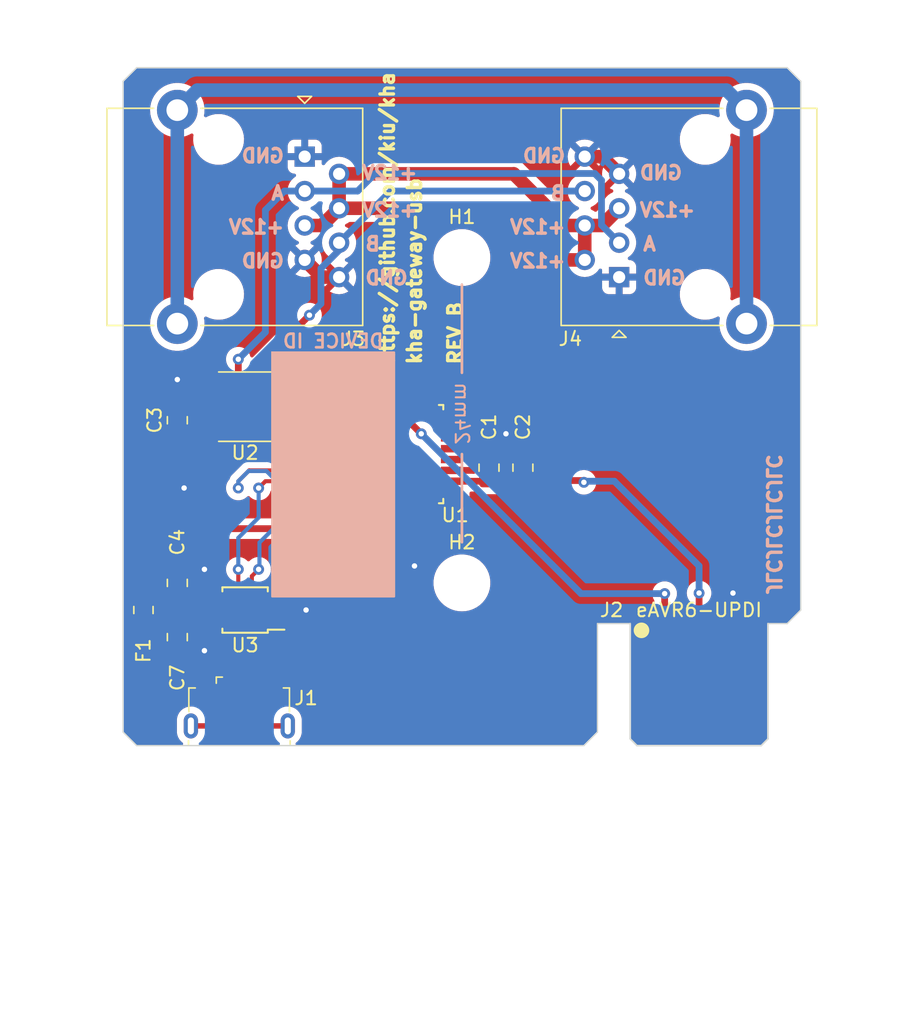
<source format=kicad_pcb>
(kicad_pcb (version 20221018) (generator pcbnew)
  (layers (0 "F.Cu" signal) (31 "B.Cu" signal) (34 "B.Paste" user) (35 "F.Paste" user) (36 "B.SilkS" user "B.Silkscreen") (37 "F.SilkS" user "F.Silkscreen") (38 "B.Mask" user) (39 "F.Mask" user) (44 "Edge.Cuts" user))
  (net 0 "")
  (net 1 "+5V")
  (net 2 "GND")
  (net 3 "UPDI")
  (net 4 "Net-(U3-V3)")
  (net 5 "BUS_RX")
  (net 6 "BUS_DIR")
  (net 7 "BUS_TX")
  (net 8 "Net-(J1-VBUS)")
  (net 9 "Net-(J1-D-)")
  (net 25 "+12V")
  (net 27 "485A")
  (net 28 "485B")
  (net 29 "Net-(J1-D+)")
  (net 33 "unconnected-(J1-Shield-Pad6)")
  (net 34 "Net-(J3-PadSH)")
  (net 35 "USB_TX")
  (net 36 "USB_RX")
  (footprint "Fuse:Fuse_0805_2012Metric" (layer "F.Cu") (at 90.5 78 90)
    (fp_text reference "F1" (at -3 0 90) (layer "F.SilkS"))
    (fp_text value "Polyfuse")
    (fp_line (start -0.258578 -0.71) (end 0.258578 -0.71) (stroke (width 0.12)) (layer "F.SilkS"))
    (fp_line (start -0.258578 0.71) (end 0.258578 0.71) (stroke (width 0.12)) (layer "F.SilkS"))
    (pad "1" smd roundrect (at -0.9375 0 90) (size 0.975 1.4) (layers "F.Cu" "F.Paste" "F.Mask") (net 8 "Net-(J1-VBUS)"))
    (pad "2" smd roundrect (at 0.9375 0 90) (size 0.975 1.4) (layers "F.Cu" "F.Paste" "F.Mask") (net 1 "+5V"))
  )
  (footprint "MountingHole:MountingHole_3.7mm" (layer "F.Cu") (at 114 52)
    (fp_text reference "H1" (at 0 -3) (layer "F.SilkS"))
    (fp_text value "MountingHole")
    (pad "" np_thru_hole circle (at 0 0) (size 3.7 3.7) (drill 3.7) (layers "*.Cu" "*.Mask"))
  )
  (footprint "Package_SO:MSOP-10_3x3mm_P0.5mm" (layer "F.Cu") (at 98 78 180)
    (fp_text reference "U3" (at 0 -2.6) (layer "F.SilkS"))
    (fp_text value "CH340E")
    (fp_line (start -1.675 -1.675) (end -1.675 -1.45) (stroke (width 0.15)) (layer "F.SilkS"))
    (fp_line (start -1.675 -1.675) (end 1.675 -1.675) (stroke (width 0.15)) (layer "F.SilkS"))
    (fp_line (start -1.675 -1.45) (end -2.9 -1.45) (stroke (width 0.15)) (layer "F.SilkS"))
    (fp_line (start -1.675 1.675) (end -1.675 1.375) (stroke (width 0.15)) (layer "F.SilkS"))
    (fp_line (start -1.675 1.675) (end 1.675 1.675) (stroke (width 0.15)) (layer "F.SilkS"))
    (fp_line (start 1.675 -1.675) (end 1.675 -1.375) (stroke (width 0.15)) (layer "F.SilkS"))
    (fp_line (start 1.675 1.675) (end 1.675 1.375) (stroke (width 0.15)) (layer "F.SilkS"))
    (pad "1" smd rect (at -2.2 -1 180) (size 1.4 0.3) (layers "F.Cu" "F.Paste" "F.Mask") (net 29 "Net-(J1-D+)"))
    (pad "2" smd rect (at -2.2 -0.5 180) (size 1.4 0.3) (layers "F.Cu" "F.Paste" "F.Mask") (net 9 "Net-(J1-D-)"))
    (pad "3" smd rect (at -2.2 0 180) (size 1.4 0.3) (layers "F.Cu" "F.Paste" "F.Mask") (net 2 "GND"))
    (pad "4" smd rect (at -2.2 0.5 180) (size 1.4 0.3) (layers "F.Cu" "F.Paste" "F.Mask"))
    (pad "5" smd rect (at -2.2 1 180) (size 1.4 0.3) (layers "F.Cu" "F.Paste" "F.Mask"))
    (pad "6" smd rect (at 2.2 1 180) (size 1.4 0.3) (layers "F.Cu" "F.Paste" "F.Mask"))
    (pad "7" smd rect (at 2.2 0.5 180) (size 1.4 0.3) (layers "F.Cu" "F.Paste" "F.Mask") (net 1 "+5V"))
    (pad "8" smd rect (at 2.2 0 180) (size 1.4 0.3) (layers "F.Cu" "F.Paste" "F.Mask") (net 35 "USB_TX"))
    (pad "9" smd rect (at 2.2 -0.5 180) (size 1.4 0.3) (layers "F.Cu" "F.Paste" "F.Mask") (net 36 "USB_RX"))
    (pad "10" smd rect (at 2.2 -1 180) (size 1.4 0.3) (layers "F.Cu" "F.Paste" "F.Mask") (net 4 "Net-(U3-V3)"))
  )
  (footprint "kiu:GDLX-S-88K" (layer "F.Cu") (at 93 49 -90)
    (fp_text reference "J3" (at 9 -13 unlocked) (layer "F.SilkS"))
    (fp_text value "RJ45_Shielded")
    (fp_line (start -8.886 -9.906) (end -8.886 -8.89) (stroke (width 0.12)) (layer "F.SilkS"))
    (fp_line (start -8.886 -8.89) (end -8.378 -9.398) (stroke (width 0.12)) (layer "F.SilkS"))
    (fp_line (start -8.378 -9.398) (end -8.886 -9.906) (stroke (width 0.12)) (layer "F.SilkS"))
    (fp_line (start -8.01 -13.678) (end -8.01 -1.748) (stroke (width 0.12)) (layer "F.SilkS"))
    (fp_line (start -8.01 1.752) (end -8.01 5.192) (stroke (width 0.12)) (layer "F.SilkS"))
    (fp_line (start 8.01 -13.678) (end -8.01 -13.678) (stroke (width 0.12)) (layer "F.SilkS"))
    (fp_line (start 8.01 -13.678) (end 8.01 -1.748) (stroke (width 0.12)) (layer "F.SilkS"))
    (fp_line (start 8.01 1.752) (end 8.01 5.192) (stroke (width 0.12)) (layer "F.SilkS"))
    (fp_line (start 8.01 5.192) (end -8.01 5.192) (stroke (width 0.12)) (layer "F.SilkS"))
    (pad "" np_thru_hole circle (at -5.715 -3.048 270) (size 3.25 3.25) (drill 3.25) (layers "*.Cu" "*.Mask"))
    (pad "" np_thru_hole circle (at 5.715 -3.048 90) (size 3.25 3.25) (drill 3.25) (layers "*.Cu" "*.Mask"))
    (pad "1" thru_hole rect (at -4.445 -9.398 90) (size 1.5 1.5) (drill 0.9) (layers "*.Cu" "*.Mask") (net 2 "GND"))
    (pad "2" thru_hole circle (at -3.175 -11.938 90) (size 1.5 1.5) (drill 0.9) (layers "*.Cu" "*.Mask") (net 25 "+12V"))
    (pad "3" thru_hole circle (at -1.905 -9.398 90) (size 1.5 1.5) (drill 0.9) (layers "*.Cu" "*.Mask") (net 27 "485A"))
    (pad "4" thru_hole circle (at -0.635 -11.938 90) (size 1.5 1.5) (drill 0.9) (layers "*.Cu" "*.Mask") (net 25 "+12V"))
    (pad "5" thru_hole circle (at 0.635 -9.398 90) (size 1.5 1.5) (drill 0.9) (layers "*.Cu" "*.Mask") (net 25 "+12V"))
    (pad "6" thru_hole circle (at 1.905 -11.938 90) (size 1.5 1.5) (drill 0.9) (layers "*.Cu" "*.Mask") (net 28 "485B"))
    (pad "7" thru_hole circle (at 3.175 -9.398 90) (size 1.5 1.5) (drill 0.9) (layers "*.Cu" "*.Mask") (net 2 "GND"))
    (pad "8" thru_hole circle (at 4.445 -11.938 90) (size 1.5 1.5) (drill 0.9) (layers "*.Cu" "*.Mask") (net 2 "GND"))
    (pad "SH" thru_hole circle (at -7.874 0.002 270) (size 3 3) (drill 1.6) (layers "*.Cu" "*.Mask") (net 34 "Net-(J3-PadSH)"))
    (pad "SH" thru_hole circle (at 7.874 0 90) (size 3 3) (drill 1.6) (layers "*.Cu" "*.Mask") (net 34 "Net-(J3-PadSH)"))
  )
  (footprint "MountingHole:MountingHole_3.7mm" (layer "F.Cu") (at 114 76)
    (fp_text reference "H2" (at 0 -3) (layer "F.SilkS"))
    (fp_text value "MountingHole")
    (pad "" np_thru_hole circle (at 0 0) (size 3.7 3.7) (drill 3.7) (layers "*.Cu" "*.Mask"))
  )
  (footprint "Package_QFP:TQFP-32_7x7mm_P0.8mm" (layer "F.Cu") (at 109 66.5)
    (fp_text reference "U1" (at 4.5 4.5) (layer "F.SilkS"))
    (fp_text value "AVR64DD32")
    (fp_line (start -3.625 -3.625) (end -3.625 -3.4) (stroke (width 0.15)) (layer "F.SilkS"))
    (fp_line (start -3.625 -3.625) (end -3.3 -3.625) (stroke (width 0.15)) (layer "F.SilkS"))
    (fp_line (start -3.625 -3.4) (end -5.05 -3.4) (stroke (width 0.15)) (layer "F.SilkS"))
    (fp_line (start -3.625 3.625) (end -3.625 3.3) (stroke (width 0.15)) (layer "F.SilkS"))
    (fp_line (start -3.625 3.625) (end -3.3 3.625) (stroke (width 0.15)) (layer "F.SilkS"))
    (fp_line (start 3.625 -3.625) (end 3.3 -3.625) (stroke (width 0.15)) (layer "F.SilkS"))
    (fp_line (start 3.625 -3.625) (end 3.625 -3.3) (stroke (width 0.15)) (layer "F.SilkS"))
    (fp_line (start 3.625 3.625) (end 3.3 3.625) (stroke (width 0.15)) (layer "F.SilkS"))
    (fp_line (start 3.625 3.625) (end 3.625 3.3) (stroke (width 0.15)) (layer "F.SilkS"))
    (pad "1" smd rect (at -4.25 -2.8) (size 1.6 0.55) (layers "F.Cu" "F.Paste" "F.Mask") (net 6 "BUS_DIR"))
    (pad "2" smd rect (at -4.25 -2) (size 1.6 0.55) (layers "F.Cu" "F.Paste" "F.Mask"))
    (pad "3" smd rect (at -4.25 -1.2) (size 1.6 0.55) (layers "F.Cu" "F.Paste" "F.Mask"))
    (pad "4" smd rect (at -4.25 -0.4) (size 1.6 0.55) (layers "F.Cu" "F.Paste" "F.Mask"))
    (pad "5" smd rect (at -4.25 0.4) (size 1.6 0.55) (layers "F.Cu" "F.Paste" "F.Mask"))
    (pad "6" smd rect (at -4.25 1.2) (size 1.6 0.55) (layers "F.Cu" "F.Paste" "F.Mask") (net 36 "USB_RX"))
    (pad "7" smd rect (at -4.25 2) (size 1.6 0.55) (layers "F.Cu" "F.Paste" "F.Mask") (net 35 "USB_TX"))
    (pad "8" smd rect (at -4.25 2.8) (size 1.6 0.55) (layers "F.Cu" "F.Paste" "F.Mask"))
    (pad "9" smd rect (at -2.8 4.25 90) (size 1.6 0.55) (layers "F.Cu" "F.Paste" "F.Mask"))
    (pad "10" smd rect (at -2 4.25 90) (size 1.6 0.55) (layers "F.Cu" "F.Paste" "F.Mask") (net 1 "+5V"))
    (pad "11" smd rect (at -1.2 4.25 90) (size 1.6 0.55) (layers "F.Cu" "F.Paste" "F.Mask"))
    (pad "12" smd rect (at -0.4 4.25 90) (size 1.6 0.55) (layers "F.Cu" "F.Paste" "F.Mask"))
    (pad "13" smd rect (at 0.4 4.25 90) (size 1.6 0.55) (layers "F.Cu" "F.Paste" "F.Mask"))
    (pad "14" smd rect (at 1.2 4.25 90) (size 1.6 0.55) (layers "F.Cu" "F.Paste" "F.Mask"))
    (pad "15" smd rect (at 2 4.25 90) (size 1.6 0.55) (layers "F.Cu" "F.Paste" "F.Mask"))
    (pad "16" smd rect (at 2.8 4.25 90) (size 1.6 0.55) (layers "F.Cu" "F.Paste" "F.Mask"))
    (pad "17" smd rect (at 4.25 2.8) (size 1.6 0.55) (layers "F.Cu" "F.Paste" "F.Mask"))
    (pad "18" smd rect (at 4.25 2) (size 1.6 0.55) (layers "F.Cu" "F.Paste" "F.Mask") (net 1 "+5V"))
    (pad "19" smd rect (at 4.25 1.2) (size 1.6 0.55) (layers "F.Cu" "F.Paste" "F.Mask") (net 2 "GND"))
    (pad "20" smd rect (at 4.25 0.4) (size 1.6 0.55) (layers "F.Cu" "F.Paste" "F.Mask"))
    (pad "21" smd rect (at 4.25 -0.4) (size 1.6 0.55) (layers "F.Cu" "F.Paste" "F.Mask"))
    (pad "22" smd rect (at 4.25 -1.2) (size 1.6 0.55) (layers "F.Cu" "F.Paste" "F.Mask"))
    (pad "23" smd rect (at 4.25 -2) (size 1.6 0.55) (layers "F.Cu" "F.Paste" "F.Mask"))
    (pad "24" smd rect (at 4.25 -2.8) (size 1.6 0.55) (layers "F.Cu" "F.Paste" "F.Mask"))
    (pad "25" smd rect (at 2.8 -4.25 90) (size 1.6 0.55) (layers "F.Cu" "F.Paste" "F.Mask"))
    (pad "26" smd rect (at 2 -4.25 90) (size 1.6 0.55) (layers "F.Cu" "F.Paste" "F.Mask"))
    (pad "27" smd rect (at 1.2 -4.25 90) (size 1.6 0.55) (layers "F.Cu" "F.Paste" "F.Mask") (net 3 "UPDI"))
    (pad "28" smd rect (at 0.4 -4.25 90) (size 1.6 0.55) (layers "F.Cu" "F.Paste" "F.Mask") (net 1 "+5V"))
    (pad "29" smd rect (at -0.4 -4.25 90) (size 1.6 0.55) (layers "F.Cu" "F.Paste" "F.Mask") (net 2 "GND"))
    (pad "30" smd rect (at -1.2 -4.25 90) (size 1.6 0.55) (layers "F.Cu" "F.Paste" "F.Mask") (net 7 "BUS_TX"))
    (pad "31" smd rect (at -2 -4.25 90) (size 1.6 0.55) (layers "F.Cu" "F.Paste" "F.Mask") (net 5 "BUS_RX"))
    (pad "32" smd rect (at -2.8 -4.25 90) (size 1.6 0.55) (layers "F.Cu" "F.Paste" "F.Mask"))
  )
  (footprint "Capacitor_SMD:C_0805_2012Metric" (layer "F.Cu") (at 118.5 67.5 90)
    (fp_text reference "C2" (at 3 0 90) (layer "F.SilkS"))
    (fp_text value "100nF")
    (fp_line (start -0.261252 -0.735) (end 0.261252 -0.735) (stroke (width 0.12)) (layer "F.SilkS"))
    (fp_line (start -0.261252 0.735) (end 0.261252 0.735) (stroke (width 0.12)) (layer "F.SilkS"))
    (pad "1" smd roundrect (at -0.95 0 90) (size 1 1.45) (layers "F.Cu" "F.Paste" "F.Mask") (net 1 "+5V"))
    (pad "2" smd roundrect (at 0.95 0 90) (size 1 1.45) (layers "F.Cu" "F.Paste" "F.Mask") (net 2 "GND"))
  )
  (footprint "kiu:GCT-USB3076-30-A" (layer "F.Cu") (at 97.575 88)
    (fp_text reference "J1" (at 4.925 -3.5 unlocked) (layer "F.SilkS"))
    (fp_text value "USB_B_Micro")
    (fp_line (start -3.75 -0.1) (end -3.75 -0.35) (stroke (width 0.12)) (layer "F.SilkS"))
    (fp_line (start -3.725 -4.25) (end -3.25 -4.25) (stroke (width 0.12)) (layer "F.SilkS"))
    (fp_line (start -3.725 -2.5) (end -3.725 -4.25) (stroke (width 0.12)) (layer "F.SilkS"))
    (fp_line (start -1.7 -5.05) (end -1.7 -4.6) (stroke (width 0.12)) (layer "F.SilkS"))
    (fp_line (start -1.7 -5.05) (end -1.25 -5.05) (stroke (width 0.12)) (layer "F.SilkS"))
    (fp_line (start 3.7 -4.25) (end 3.25 -4.25) (stroke (width 0.12)) (layer "F.SilkS"))
    (fp_line (start 3.7 -2.5) (end 3.7 -4.25) (stroke (width 0.12)) (layer "F.SilkS"))
    (fp_line (start 3.75 -0.1) (end 3.75 -0.35) (stroke (width 0.12)) (layer "F.SilkS"))
    (pad "1" smd rect (at -1.3 -4.1) (size 0.4 1.4) (layers "F.Cu" "F.Paste" "F.Mask") (net 8 "Net-(J1-VBUS)"))
    (pad "2" smd rect (at -0.65 -4.1) (size 0.4 1.4) (layers "F.Cu" "F.Paste" "F.Mask") (net 9 "Net-(J1-D-)"))
    (pad "3" smd rect (at 0 -4.1) (size 0.4 1.4) (layers "F.Cu" "F.Paste" "F.Mask") (net 29 "Net-(J1-D+)"))
    (pad "4" smd rect (at 0.65 -4.1) (size 0.4 1.4) (layers "F.Cu" "F.Paste" "F.Mask"))
    (pad "5" smd rect (at 1.3 -4.1) (size 0.4 1.4) (layers "F.Cu" "F.Paste" "F.Mask") (net 2 "GND"))
    (pad "6" thru_hole oval (at -3.575 -1.45 180) (size 1.05 1.85) (drill oval 0.45 1.25) (layers "*.Cu" "*.Mask") (net 33 "unconnected-(J1-Shield-Pad6)"))
    (pad "6" smd rect (at -2.32 -3.68) (size 1.15 1.45) (layers "F.Cu" "F.Paste" "F.Mask") (net 33 "unconnected-(J1-Shield-Pad6)"))
    (pad "6" smd rect (at -1.2375 -1.45) (size 1.975 1.9) (layers "F.Cu" "F.Paste" "F.Mask") (net 33 "unconnected-(J1-Shield-Pad6)"))
    (pad "6" smd rect (at 1.2375 -1.45) (size 1.975 1.9) (layers "F.Cu" "F.Paste" "F.Mask") (net 33 "unconnected-(J1-Shield-Pad6)"))
    (pad "6" smd rect (at 2.32 -3.68) (size 1.15 1.45) (layers "F.Cu" "F.Paste" "F.Mask") (net 33 "unconnected-(J1-Shield-Pad6)"))
    (pad "6" thru_hole oval (at 3.575 -1.45) (size 1.05 1.85) (drill oval 0.45 1.25) (layers "*.Cu" "*.Mask") (net 33 "unconnected-(J1-Shield-Pad6)"))
  )
  (footprint "Package_SO:SOIC-8_3.9x4.9mm_P1.27mm" (layer "F.Cu") (at 98 63 180)
    (fp_text reference "U2" (at 0 -3.4 180) (layer "F.SilkS"))
    (fp_text value "SP481E")
    (fp_line (start 0 -2.56) (end -3.45 -2.56) (stroke (width 0.12)) (layer "F.SilkS"))
    (fp_line (start 0 -2.56) (end 1.95 -2.56) (stroke (width 0.12)) (layer "F.SilkS"))
    (fp_line (start 0 2.56) (end -1.95 2.56) (stroke (width 0.12)) (layer "F.SilkS"))
    (fp_line (start 0 2.56) (end 1.95 2.56) (stroke (width 0.12)) (layer "F.SilkS"))
    (pad "1" smd roundrect (at -2.475 -1.905 180) (size 1.95 0.6) (layers "F.Cu" "F.Paste" "F.Mask") (net 5 "BUS_RX"))
    (pad "2" smd roundrect (at -2.475 -0.635 180) (size 1.95 0.6) (layers "F.Cu" "F.Paste" "F.Mask") (net 6 "BUS_DIR"))
    (pad "3" smd roundrect (at -2.475 0.635 180) (size 1.95 0.6) (layers "F.Cu" "F.Paste" "F.Mask") (net 6 "BUS_DIR"))
    (pad "4" smd roundrect (at -2.475 1.905 180) (size 1.95 0.6) (layers "F.Cu" "F.Paste" "F.Mask") (net 7 "BUS_TX"))
    (pad "5" smd roundrect (at 2.475 1.905 180) (size 1.95 0.6) (layers "F.Cu" "F.Paste" "F.Mask") (net 2 "GND"))
    (pad "6" smd roundrect (at 2.475 0.635 180) (size 1.95 0.6) (layers "F.Cu" "F.Paste" "F.Mask") (net 27 "485A"))
    (pad "7" smd roundrect (at 2.475 -0.635 180) (size 1.95 0.6) (layers "F.Cu" "F.Paste" "F.Mask") (net 28 "485B"))
    (pad "8" smd roundrect (at 2.475 -1.905 180) (size 1.95 0.6) (layers "F.Cu" "F.Paste" "F.Mask") (net 1 "+5V"))
  )
  (footprint "Capacitor_SMD:C_0805_2012Metric" (layer "F.Cu") (at 108 73.5)
    (fp_text reference "C5" (at -3 0) (layer "F.SilkS"))
    (fp_text value "10nF")
    (fp_line (start -0.261252 -0.735) (end 0.261252 -0.735) (stroke (width 0.12)) (layer "F.SilkS"))
    (fp_line (start -0.261252 0.735) (end 0.261252 0.735) (stroke (width 0.12)) (layer "F.SilkS"))
    (pad "1" smd roundrect (at -0.95 0) (size 1 1.45) (layers "F.Cu" "F.Paste" "F.Mask") (net 1 "+5V"))
    (pad "2" smd roundrect (at 0.95 0) (size 1 1.45) (layers "F.Cu" "F.Paste" "F.Mask") (net 2 "GND"))
  )
  (footprint "Capacitor_SMD:C_0805_2012Metric" (layer "F.Cu") (at 93 80 -90)
    (fp_text reference "C7" (at 3 0 90) (layer "F.SilkS"))
    (fp_text value "100nF")
    (fp_line (start -0.261252 -0.735) (end 0.261252 -0.735) (stroke (width 0.12)) (layer "F.SilkS"))
    (fp_line (start -0.261252 0.735) (end 0.261252 0.735) (stroke (width 0.12)) (layer "F.SilkS"))
    (pad "1" smd roundrect (at -0.95 0 270) (size 1 1.45) (layers "F.Cu" "F.Paste" "F.Mask") (net 4 "Net-(U3-V3)"))
    (pad "2" smd roundrect (at 0.95 0 270) (size 1 1.45) (layers "F.Cu" "F.Paste" "F.Mask") (net 2 "GND"))
  )
  (footprint "Capacitor_SMD:C_0805_2012Metric" (layer "F.Cu") (at 108 76)
    (fp_text reference "C6" (at -3 0) (layer "F.SilkS"))
    (fp_text value "100nF")
    (fp_line (start -0.261252 -0.735) (end 0.261252 -0.735) (stroke (width 0.12)) (layer "F.SilkS"))
    (fp_line (start -0.261252 0.735) (end 0.261252 0.735) (stroke (width 0.12)) (layer "F.SilkS"))
    (pad "1" smd roundrect (at -0.95 0) (size 1 1.45) (layers "F.Cu" "F.Paste" "F.Mask") (net 1 "+5V"))
    (pad "2" smd roundrect (at 0.95 0) (size 1 1.45) (layers "F.Cu" "F.Paste" "F.Mask") (net 2 "GND"))
  )
  (footprint "Capacitor_SMD:C_0805_2012Metric" (layer "F.Cu") (at 93 64 90)
    (fp_text reference "C3" (at 0 -1.68 90) (layer "F.SilkS"))
    (fp_text value "100nF")
    (fp_line (start -0.261252 -0.735) (end 0.261252 -0.735) (stroke (width 0.12)) (layer "F.SilkS"))
    (fp_line (start -0.261252 0.735) (end 0.261252 0.735) (stroke (width 0.12)) (layer "F.SilkS"))
    (pad "1" smd roundrect (at -0.95 0 90) (size 1 1.45) (layers "F.Cu" "F.Paste" "F.Mask") (net 1 "+5V"))
    (pad "2" smd roundrect (at 0.95 0 90) (size 1 1.45) (layers "F.Cu" "F.Paste" "F.Mask") (net 2 "GND"))
  )
  (footprint "kiu:GDLX-S-88K" (layer "F.Cu") (at 135 49 90)
    (fp_text reference "J4" (at -9 -13 unlocked) (layer "F.SilkS"))
    (fp_text value "RJ45_Shielded")
    (fp_line (start -8.886 -9.906) (end -8.886 -8.89) (stroke (width 0.12)) (layer "F.SilkS"))
    (fp_line (start -8.886 -8.89) (end -8.378 -9.398) (stroke (width 0.12)) (layer "F.SilkS"))
    (fp_line (start -8.378 -9.398) (end -8.886 -9.906) (stroke (width 0.12)) (layer "F.SilkS"))
    (fp_line (start -8.01 -13.678) (end -8.01 -1.748) (stroke (width 0.12)) (layer "F.SilkS"))
    (fp_line (start -8.01 1.752) (end -8.01 5.192) (stroke (width 0.12)) (layer "F.SilkS"))
    (fp_line (start 8.01 -13.678) (end -8.01 -13.678) (stroke (width 0.12)) (layer "F.SilkS"))
    (fp_line (start 8.01 -13.678) (end 8.01 -1.748) (stroke (width 0.12)) (layer "F.SilkS"))
    (fp_line (start 8.01 1.752) (end 8.01 5.192) (stroke (width 0.12)) (layer "F.SilkS"))
    (fp_line (start 8.01 5.192) (end -8.01 5.192) (stroke (width 0.12)) (layer "F.SilkS"))
    (pad "" np_thru_hole circle (at -5.715 -3.048 90) (size 3.25 3.25) (drill 3.25) (layers "*.Cu" "*.Mask"))
    (pad "" np_thru_hole circle (at 5.715 -3.048 270) (size 3.25 3.25) (drill 3.25) (layers "*.Cu" "*.Mask"))
    (pad "1" thru_hole rect (at -4.445 -9.398 270) (size 1.5 1.5) (drill 0.9) (layers "*.Cu" "*.Mask") (net 2 "GND"))
    (pad "2" thru_hole circle (at -3.175 -11.938 270) (size 1.5 1.5) (drill 0.9) (layers "*.Cu" "*.Mask") (net 25 "+12V"))
    (pad "3" thru_hole circle (at -1.905 -9.398 270) (size 1.5 1.5) (drill 0.9) (layers "*.Cu" "*.Mask") (net 27 "485A"))
    (pad "4" thru_hole circle (at -0.635 -11.938 270) (size 1.5 1.5) (drill 0.9) (layers "*.Cu" "*.Mask") (net 25 "+12V"))
    (pad "5" thru_hole circle (at 0.635 -9.398 270) (size 1.5 1.5) (drill 0.9) (layers "*.Cu" "*.Mask") (net 25 "+12V"))
    (pad "6" thru_hole circle (at 1.905 -11.938 270) (size 1.5 1.5) (drill 0.9) (layers "*.Cu" "*.Mask") (net 28 "485B"))
    (pad "7" thru_hole circle (at 3.175 -9.398 270) (size 1.5 1.5) (drill 0.9) (layers "*.Cu" "*.Mask") (net 2 "GND"))
    (pad "8" thru_hole circle (at 4.445 -11.938 270) (size 1.5 1.5) (drill 0.9) (layers "*.Cu" "*.Mask") (net 2 "GND"))
    (pad "SH" thru_hole circle (at -7.874 0.002 90) (size 3 3) (drill 1.6) (layers "*.Cu" "*.Mask") (net 34 "Net-(J3-PadSH)"))
    (pad "SH" thru_hole circle (at 7.874 0 270) (size 3 3) (drill 1.6) (layers "*.Cu" "*.Mask") (net 34 "Net-(J3-PadSH)"))
  )
  (footprint "Capacitor_SMD:C_0805_2012Metric" (layer "F.Cu") (at 116 67.5 90)
    (fp_text reference "C1" (at 3 0 90) (layer "F.SilkS"))
    (fp_text value "10nF")
    (fp_line (start -0.261252 -0.735) (end 0.261252 -0.735) (stroke (width 0.12)) (layer "F.SilkS"))
    (fp_line (start -0.261252 0.735) (end 0.261252 0.735) (stroke (width 0.12)) (layer "F.SilkS"))
    (pad "1" smd roundrect (at -0.95 0 90) (size 1 1.45) (layers "F.Cu" "F.Paste" "F.Mask") (net 1 "+5V"))
    (pad "2" smd roundrect (at 0.95 0 90) (size 1 1.45) (layers "F.Cu" "F.Paste" "F.Mask") (net 2 "GND"))
  )
  (footprint "Capacitor_SMD:C_0805_2012Metric" (layer "F.Cu") (at 93 76 90)
    (fp_text reference "C4" (at 3 0 90) (layer "F.SilkS"))
    (fp_text value "100nF")
    (fp_line (start -0.261252 -0.735) (end 0.261252 -0.735) (stroke (width 0.12)) (layer "F.SilkS"))
    (fp_line (start -0.261252 0.735) (end 0.261252 0.735) (stroke (width 0.12)) (layer "F.SilkS"))
    (pad "1" smd roundrect (at -0.95 0 90) (size 1 1.45) (layers "F.Cu" "F.Paste" "F.Mask") (net 1 "+5V"))
    (pad "2" smd roundrect (at 0.95 0 90) (size 1 1.45) (layers "F.Cu" "F.Paste" "F.Mask") (net 2 "GND"))
  )
  (footprint "kiu-eAVR:eAVR6-UPDI-F" (layer "F.Cu") (at 131.5 88)
    (fp_text reference "J2" (at -5.5 -10) (layer "F.SilkS") (effects (justify right)))
    (fp_text value "AVR-UPDI-6" hide)
    (fp_text user "eAVR6-UPDI" (at -4.75 -10 unlocked) (layer "F.SilkS") (effects (justify left)))
    (fp_circle (center -4.25 -8.5) (end -3.75 -8.5) (stroke (width 0.15)) (fill solid) (layer "F.SilkS"))
    (fp_line (start -5.08 -9) (end -5.08 -0.5) (stroke (width 0.12)) (layer "Edge.Cuts"))
    (fp_line (start -5.08 -0.5) (end -4.58 0) (stroke (width 0.12)) (layer "Edge.Cuts"))
    (fp_line (start -4.58 0) (end 4.58 0) (stroke (width 0.12)) (layer "Edge.Cuts"))
    (fp_line (start 5.08 -9) (end 5.08 -0.5) (stroke (width 0.12)) (layer "Edge.Cuts"))
    (fp_line (start 5.08 -0.5) (end 4.58 0) (stroke (width 0.12)) (layer "Edge.Cuts"))
    (pad "1" connect rect (at -2.54 -5) (size 1.4 8) (layers "F.Cu" "F.Mask") (net 3 "UPDI"))
    (pad "2" connect rect (at 0 -5) (size 1.4 8) (layers "F.Cu" "F.Mask") (net 1 "+5V"))
    (pad "6" connect rect (at 2.54 -5) (size 1.4 8) (layers "F.Cu" "F.Mask") (net 2 "GND"))
  )
  (gr_rect (start 100 58.996825) (end 109 77.003175) (stroke (width 0.15)) (fill solid) (layer "B.SilkS"))
  (gr_line (start 114 66.5) (end 114 73) (stroke (width 0.2)) (layer "B.SilkS"))
  (gr_line (start 114 54) (end 114 60.5) (stroke (width 0.2)) (layer "B.SilkS"))
  (gr_line (start 126.42 79) (end 124 79) (stroke (width 0.1)) (layer "Edge.Cuts"))
  (gr_line (start 89 39) (end 89 87) (stroke (width 0.1)) (layer "Edge.Cuts"))
  (gr_line (start 138 79) (end 139 78) (stroke (width 0.1)) (layer "Edge.Cuts"))
  (gr_line (start 139 39) (end 139 78) (stroke (width 0.1)) (layer "Edge.Cuts"))
  (gr_line (start 89 39) (end 90 38) (stroke (width 0.1)) (layer "Edge.Cuts"))
  (gr_line (start 138 79) (end 136.58 79) (stroke (width 0.1)) (layer "Edge.Cuts"))
  (gr_line (start 124 87) (end 124 79) (stroke (width 0.1)) (layer "Edge.Cuts"))
  (gr_line (start 123 88) (end 124 87) (stroke (width 0.1)) (layer "Edge.Cuts"))
  (gr_line (start 138 38) (end 139 39) (stroke (width 0.1)) (layer "Edge.Cuts"))
  (gr_line (start 89 87) (end 90 88) (stroke (width 0.1)) (layer "Edge.Cuts"))
  (gr_line (start 90 38) (end 138 38) (stroke (width 0.1)) (layer "Edge.Cuts"))
  (gr_line (start 90 88) (end 123 88) (stroke (width 0.1)) (layer "Edge.Cuts"))
  (gr_text "DEVICE ID" (at 104.5 58.75) (layer "B.SilkS") (effects (font (size 1 1) (thickness 0.2) bold) (justify bottom mirror)))
  (gr_text "+12V" (at 121.75 52.25) (layer "B.SilkS") (effects (font (size 1 1) (thickness 0.25)) (justify left mirror)))
  (gr_text "GND" (at 127.25 53.5) (layer "B.SilkS") (effects (font (size 1 1) (thickness 0.25)) (justify right mirror)))
  (gr_text "B" (at 106.75 51) (layer "B.SilkS") (effects (font (size 1 1) (thickness 0.25)) (justify right mirror)))
  (gr_text "GND" (at 121.75 44.5) (layer "B.SilkS") (effects (font (size 1 1) (thickness 0.25)) (justify left mirror)))
  (gr_text "GND" (at 101 52.25) (layer "B.SilkS") (effects (font (size 1 1) (thickness 0.25)) (justify left mirror)))
  (gr_text "B" (at 121.75 47.25) (layer "B.SilkS") (effects (font (size 1 1) (thickness 0.25)) (justify left mirror)))
  (gr_text "GND" (at 106.75 53.5) (layer "B.SilkS") (effects (font (size 1 1) (thickness 0.25)) (justify right mirror)))
  (gr_text "+12V" (at 121.75 49.75) (layer "B.SilkS") (effects (font (size 1 1) (thickness 0.25)) (justify left mirror)))
  (gr_text "GND" (at 127 45.75) (layer "B.SilkS") (effects (font (size 1 1) (thickness 0.25)) (justify right mirror)))
  (gr_text "JLCJLCJLCJLC" (at 137 77 270) (layer "B.SilkS") (effects (font (size 1 1) (thickness 0.25)) (justify left mirror)))
  (gr_text "+12V" (at 101 49.75) (layer "B.SilkS") (effects (font (size 1 1) (thickness 0.25)) (justify left mirror)))
  (gr_text "A" (at 101 47.25) (layer "B.SilkS") (effects (font (size 1 1) (thickness 0.25)) (justify left mirror)))
  (gr_text "GND" (at 101 44.5) (layer "B.SilkS") (effects (font (size 1 1) (thickness 0.25)) (justify left mirror)))
  (gr_text "A" (at 127.25 51) (layer "B.SilkS") (effects (font (size 1 1) (thickness 0.25)) (justify right mirror)))
  (gr_text "+12V" (at 106.5 45.75) (layer "B.SilkS") (effects (font (size 1 1) (thickness 0.25)) (justify right mirror)))
  (gr_text "+12V" (at 106.5 48.5) (layer "B.SilkS") (effects (font (size 1 1) (thickness 0.25)) (justify right mirror)))
  (gr_text "24mm" (at 114 63.5 270) (layer "B.SilkS") (effects (font (size 1 1)) (justify mirror)))
  (gr_text "+12V" (at 127 48.5) (layer "B.SilkS") (effects (font (size 1 1) (thickness 0.25)) (justify right mirror)))
  (gr_text "REV B" (at 113.5 60 90) (layer "F.SilkS") (effects (font (size 1 1) (thickness 0.25)) (justify left)))
  (gr_text "https://github.com/kiu/kha" (at 108.5 60 90) (layer "F.SilkS") (effects (font (size 1 1) (thickness 0.25)) (justify left)))
  (gr_text "kha-gateway-usb" (at 110.5 60 90) (layer "F.SilkS") (effects (font (size 1 1) (thickness 0.25)) (justify left)))
  (segment (start 110 68.5) (end 108.075 68.5) (width 0.5) (layer "F.Cu") (net 1))
  (segment (start 95.525 64.905) (end 93.25 64.905) (width 0.5) (layer "F.Cu") (net 1))
  (segment (start 90.5 66) (end 90.5 72) (width 0.5) (layer "F.Cu") (net 1))
  (segment (start 115.95 68.5) (end 116 68.45) (width 0.5) (layer "F.Cu") (net 1))
  (segment (start 92.8875 77.0625) (end 93 76.95) (width 0.5) (layer "F.Cu") (net 1))
  (segment (start 110 68.5) (end 113.25 68.5) (width 0.5) (layer "F.Cu") (net 1))
  (segment (start 93.25 64.905) (end 93.25 64.95) (width 0.5) (layer "F.Cu") (net 1))
  (segment (start 118.5 68.45) (end 122.95 68.45) (width 0.5) (layer "F.Cu") (net 1))
  (segment (start 107.05 73.5) (end 107.05 74.5) (width 0.5) (layer "F.Cu") (net 1))
  (segment (start 91.55 64.95) (end 90.5 66) (width 0.5) (layer "F.Cu") (net 1))
  (segment (start 109.4 67.9) (end 110 68.5) (width 0.5) (layer "F.Cu") (net 1))
  (segment (start 90.5 73) (end 90.5 77.0625) (width 0.5) (layer "F.Cu") (net 1))
  (segment (start 104.275 72.225) (end 104.05 72) (width 0.5) (layer "F.Cu") (net 1))
  (segment (start 108.075 68.5) (end 107 69.575) (width 0.5) (layer "F.Cu") (net 1))
  (segment (start 93 76.95) (end 93.55 77.5) (width 0.3) (layer "F.Cu") (net 1))
  (segment (start 118.5 68.45) (end 116 68.45) (width 0.5) (layer "F.Cu") (net 1))
  (segment (start 90.5 72) (end 90.5 73) (width 0.5) (layer "F.Cu") (net 1))
  (segment (start 93.55 77.5) (end 95.8 77.5) (width 0.3) (layer "F.Cu") (net 1))
  (segment (start 109.4 66.5) (end 109.4 67.9) (width 0.5) (layer "F.Cu") (net 1))
  (segment (start 107 69.575) (end 107 70.75) (width 0.5) (layer "F.Cu") (net 1))
  (segment (start 109.4 62.25) (end 109.4 66.5) (width 0.5) (layer "F.Cu") (net 1))
  (segment (start 107 73.45) (end 107.05 73.5) (width 0.5) (layer "F.Cu") (net 1))
  (segment (start 93 64.95) (end 91.55 64.95) (width 0.5) (layer "F.Cu") (net 1))
  (segment (start 104.05 72) (end 91.5 72) (width 0.5) (layer "F.Cu") (net 1))
  (segment (start 107.05 75) (end 107.05 75.9) (width 0.5) (layer "F.Cu") (net 1))
  (segment (start 104.275 72.225) (end 107.05 75) (width 0.5) (layer "F.Cu") (net 1))
  (segment (start 131.5 83) (end 131.5 76.75) (width 0.5) (layer "F.Cu") (net 1))
  (segment (start 91.5 72) (end 90.5 73) (width 0.5) (layer "F.Cu") (net 1))
  (segment (start 107.05 74.5) (end 107.05 75) (width 0.5) (layer "F.Cu") (net 1))
  (segment (start 113.25 68.5) (end 115.95 68.5) (width 0.5) (layer "F.Cu") (net 1))
  (segment (start 90.5 77.0625) (end 92.8875 77.0625) (width 0.5) (layer "F.Cu") (net 1))
  (segment (start 107 70.75) (end 107 73.45) (width 0.5) (layer "F.Cu") (net 1))
  (via (at 123 68.58) (size 0.8) (drill 0.4) (layers "F.Cu" "B.Cu") (net 1))
  (via (at 131.5 76.75) (size 0.8) (drill 0.4) (layers "F.Cu" "B.Cu") (net 1))
  (segment (start 125.25 68.5) (end 123 68.5) (width 0.5) (layer "B.Cu") (net 1))
  (segment (start 125.25 68.5) (end 131.5 74.75) (width 0.5) (layer "B.Cu") (net 1))
  (segment (start 131.5 74.75) (end 131.5 76.75) (width 0.5) (layer "B.Cu") (net 1))
  (segment (start 124.332 44.555) (end 125.602 45.825) (width 1) (layer "F.Cu") (net 2))
  (segment (start 95.525 61.095) (end 93.095 61.095) (width 0.5) (layer "F.Cu") (net 2))
  (segment (start 113.25 67.7) (end 114.85 67.7) (width 0.5) (layer "F.Cu") (net 2))
  (segment (start 104.938 53.445) (end 103.668 53.445) (width 1) (layer "F.Cu") (net 2))
  (segment (start 102.5 79.5) (end 102.5 78) (width 0.4) (layer "F.Cu") (net 2))
  (segment (start 108.6 57.107) (end 104.938 53.445) (width 0.5) (layer "F.Cu") (net 2))
  (segment (start 103.668 53.445) (end 102.398 52.175) (width 1) (layer "F.Cu") (net 2))
  (segment (start 114.85 67.7) (end 116 66.55) (width 0.5) (layer "F.Cu") (net 2))
  (segment (start 118.5 66.55) (end 116 66.55) (width 0.5) (layer "F.Cu") (net 2))
  (segment (start 93 63.05) (end 93 61) (width 0.5) (layer "F.Cu") (net 2))
  (segment (start 98.875 83.125) (end 102.5 79.5) (width 0.4) (layer "F.Cu") (net 2))
  (segment (start 134.04 83) (end 134.04 76.79) (width 0.5) (layer "F.Cu") (net 2))
  (segment (start 98.875 83.9) (end 98.875 83.125) (width 0.4) (layer "F.Cu") (net 2))
  (segment (start 123.062 44.555) (end 124.332 44.555) (width 1) (layer "F.Cu") (net 2))
  (segment (start 108.6 62.25) (end 108.6 57.107) (width 0.5) (layer "F.Cu") (net 2))
  (segment (start 100.2 78) (end 102.5 78) (width 0.3) (layer "F.Cu") (net 2))
  (segment (start 108.95 73.5) (end 108.95 75.9) (width 0.5) (layer "F.Cu") (net 2))
  (segment (start 93.095 61.095) (end 93 61) (width 0.5) (layer "F.Cu") (net 2))
  (via (at 110.5 74.75) (size 0.8) (drill 0.4) (layers "F.Cu" "B.Cu") (net 2))
  (via (at 93 61) (size 0.8) (drill 0.4) (layers "F.Cu" "B.Cu") (net 2))
  (via (at 134 76.75) (size 0.8) (drill 0.4) (layers "F.Cu" "B.Cu") (net 2))
  (via (at 102.5 78) (size 0.8) (drill 0.4) (layers "F.Cu" "B.Cu") (net 2))
  (via (at 95 75) (size 0.8) (drill 0.4) (layers "F.Cu" "B.Cu") (net 2))
  (via (at 95 81) (size 0.8) (drill 0.4) (layers "F.Cu" "B.Cu") (net 2))
  (via (at 93.5 69) (size 0.8) (drill 0.4) (layers "F.Cu" "B.Cu") (net 2))
  (via (at 117.25 65) (size 0.8) (drill 0.4) (layers "F.Cu" "B.Cu") (net 2))
  (segment (start 110.2 62.25) (end 110.2 64) (width 0.5) (layer "F.Cu") (net 3))
  (segment (start 111 65) (end 110.2 64.2) (width 0.5) (layer "F.Cu") (net 3))
  (segment (start 128.96 83) (end 128.96 76.79) (width 0.5) (layer "F.Cu") (net 3))
  (segment (start 110.2 64.2) (end 110.2 64) (width 0.5) (layer "F.Cu") (net 3))
  (via (at 111 65) (size 0.8) (drill 0.4) (layers "F.Cu" "B.Cu") (net 3))
  (via (at 128.96 76.79) (size 0.8) (drill 0.4) (layers "F.Cu" "B.Cu") (net 3))
  (segment (start 111 65) (end 122.79 76.79) (width 0.5) (layer "B.Cu") (net 3))
  (segment (start 122.79 76.79) (end 128.96 76.79) (width 0.5) (layer "B.Cu") (net 3))
  (segment (start 93.05 79) (end 93 79.05) (width 0.3) (layer "F.Cu") (net 4))
  (segment (start 95.8 79) (end 93.05 79) (width 0.3) (layer "F.Cu") (net 4))
  (segment (start 107 61) (end 107 62.25) (width 0.5) (layer "F.Cu") (net 5))
  (segment (start 101.345 64.905) (end 102.25 64) (width 0.5) (layer "F.Cu") (net 5))
  (segment (start 103.5 60) (end 106 60) (width 0.5) (layer "F.Cu") (net 5))
  (segment (start 102.25 64) (end 102.25 61.25) (width 0.5) (layer "F.Cu") (net 5))
  (segment (start 102.25 61.25) (end 103.5 60) (width 0.5) (layer "F.Cu") (net 5))
  (segment (start 100.475 64.905) (end 101.345 64.905) (width 0.5) (layer "F.Cu") (net 5))
  (segment (start 106 60) (end 107 61) (width 0.5) (layer "F.Cu") (net 5))
  (segment (start 99.5 66) (end 101.75 66) (width 0.5) (layer "F.Cu") (net 6))
  (segment (start 101.75 66) (end 103.35 64.4) (width 0.5) (layer "F.Cu") (net 6))
  (segment (start 99.25 63.635) (end 98.75 64.135) (width 0.5) (layer "F.Cu") (net 6))
  (segment (start 103.35 64.4) (end 103.35 63.9) (width 0.5) (layer "F.Cu") (net 6))
  (segment (start 103.55 63.7) (end 104.75 63.7) (width 0.5) (layer "F.Cu") (net 6))
  (segment (start 100.475 63.635) (end 99.25 63.635) (width 0.5) (layer "F.Cu") (net 6))
  (segment (start 103.35 63.9) (end 103.55 63.7) (width 0.5) (layer "F.Cu") (net 6))
  (segment (start 98.75 65.25) (end 99.5 66) (width 0.5) (layer "F.Cu") (net 6))
  (segment (start 100.475 62.365) (end 100.475 63.635) (width 0.5) (layer "F.Cu") (net 6))
  (segment (start 98.75 64.135) (end 98.75 65.25) (width 0.5) (layer "F.Cu") (net 6))
  (segment (start 100.475 60.025) (end 100.475 61.095) (width 0.5) (layer "F.Cu") (net 7))
  (segment (start 107.8 62.25) (end 107.8 60.3) (width 0.5) (layer "F.Cu") (net 7))
  (segment (start 101.5 59) (end 100.475 60.025) (width 0.5) (layer "F.Cu") (net 7))
  (segment (start 106.5 59) (end 101.5 59) (width 0.5) (layer "F.Cu") (net 7))
  (segment (start 107.8 60.3) (end 106.5 59) (width 0.5) (layer "F.Cu") (net 7))
  (segment (start 90.5 82) (end 90.5 78.9375) (width 0.4) (layer "F.Cu") (net 8))
  (segment (start 96.275 83.9) (end 96.275 82.775) (width 0.4) (layer "F.Cu") (net 8))
  (segment (start 96 82.5) (end 91 82.5) (width 0.4) (layer "F.Cu") (net 8))
  (segment (start 96.275 82.775) (end 96 82.5) (width 0.4) (layer "F.Cu") (net 8))
  (segment (start 91 82.5) (end 90.5 82) (width 0.4) (layer "F.Cu") (net 8))
  (segment (start 96.925 80.725) (end 96.925 83.9) (width 0.3) (layer "F.Cu") (net 9))
  (segment (start 100.2 78.5) (end 99.15 78.5) (width 0.3) (layer "F.Cu") (net 9))
  (segment (start 99.15 78.5) (end 96.925 80.725) (width 0.3) (layer "F.Cu") (net 9))
  (segment (start 123.062 49.635) (end 121.635 49.635) (width 1) (layer "F.Cu") (net 25))
  (segment (start 104.938 45.825) (end 104.938 48.365) (width 1) (layer "F.Cu") (net 25))
  (segment (start 123.062 49.635) (end 124.332 49.635) (width 1) (layer "F.Cu") (net 25))
  (segment (start 123.062 52.175) (end 121.175 52.175) (width 1) (layer "F.Cu") (net 25))
  (segment (start 117.365 48.365) (end 104.938 48.365) (width 1) (layer "F.Cu") (net 25))
  (segment (start 117.825 45.825) (end 104.938 45.825) (width 1) (layer "F.Cu") (net 25))
  (segment (start 121.635 49.635) (end 117.825 45.825) (width 1) (layer "F.Cu") (net 25))
  (segment (start 104.938 48.365) (end 103.668 49.635) (width 1) (layer "F.Cu") (net 25))
  (segment (start 103.668 49.635) (end 102.398 49.635) (width 1) (layer "F.Cu") (net 25))
  (segment (start 121.175 52.175) (end 117.365 48.365) (width 1) (layer "F.Cu") (net 25))
  (segment (start 123.062 49.635) (end 123.062 52.175) (width 1) (layer "F.Cu") (net 25))
  (segment (start 124.332 49.635) (end 125.602 48.365) (width 1) (layer "F.Cu") (net 25))
  (segment (start 97.5 61.5) (end 97.5 59.5) (width 0.5) (layer "F.Cu") (net 27))
  (segment (start 96.635 62.365) (end 97.5 61.5) (width 0.5) (layer "F.Cu") (net 27))
  (segment (start 95.525 62.365) (end 96.635 62.365) (width 0.5) (layer "F.Cu") (net 27))
  (via (at 97.5 59.5) (size 0.8) (drill 0.4) (layers "F.Cu" "B.Cu") (net 27))
  (segment (start 106.305 47.095) (end 107.6 45.8) (width 0.5) (layer "B.Cu") (net 27))
  (segment (start 102.398 47.095) (end 100.905 47.095) (width 0.5) (layer "B.Cu") (net 27))
  (segment (start 100.905 47.095) (end 99.5 48.5) (width 0.5) (layer "B.Cu") (net 27))
  (segment (start 105.365057 47.095) (end 106.305 47.095) (width 0.5) (layer "B.Cu") (net 27))
  (segment (start 107.6 45.8) (end 123.8 45.8) (width 0.5) (layer "B.Cu") (net 27))
  (segment (start 105.365057 47.095) (end 102.398 47.095) (width 0.5) (layer "B.Cu") (net 27))
  (segment (start 124.3 49.603) (end 125.602 50.905) (width 0.5) (layer "B.Cu") (net 27))
  (segment (start 124.3 46.3) (end 124.3 49.603) (width 0.5) (layer "B.Cu") (net 27))
  (segment (start 99.5 48.5) (end 99.5 57.5) (width 0.5) (layer "B.Cu") (net 27))
  (segment (start 123.8 45.8) (end 124.3 46.3) (width 0.5) (layer "B.Cu") (net 27))
  (segment (start 99.5 57.5) (end 97.5 59.5) (width 0.5) (layer "B.Cu") (net 27))
  (segment (start 96.865 63.635) (end 98.600688 61.899312) (width 0.5) (layer "F.Cu") (net 28))
  (segment (start 98.600688 60.399312) (end 102.75 56.25) (width 0.5) (layer "F.Cu") (net 28))
  (segment (start 95.525 63.635) (end 96.865 63.635) (width 0.5) (layer "F.Cu") (net 28))
  (segment (start 98.600688 61.899312) (end 98.600688 60.399312) (width 0.5) (layer "F.Cu") (net 28))
  (via (at 102.75 56.25) (size 0.8) (drill 0.4) (layers "F.Cu" "B.Cu") (net 28))
  (segment (start 104.938 50.905) (end 108.748 47.095) (width 0.5) (layer "B.Cu") (net 28))
  (segment (start 104.938 51.462) (end 103.598 52.802) (width 0.5) (layer "B.Cu") (net 28))
  (segment (start 104.938 50.905) (end 104.938 51.462) (width 0.5) (layer "B.Cu") (net 28))
  (segment (start 103.598 55.402) (end 102.75 56.25) (width 0.5) (layer "B.Cu") (net 28))
  (segment (start 103.598 52.802) (end 103.598 55.402) (width 0.5) (layer "B.Cu") (net 28))
  (segment (start 108.748 47.095) (end 123.062 47.095) (width 0.5) (layer "B.Cu") (net 28))
  (segment (start 97.575 81.625) (end 97.575 83.9) (width 0.3) (layer "F.Cu") (net 29))
  (segment (start 100.2 79) (end 97.575 81.625) (width 0.3) (layer "F.Cu") (net 29))
  (segment (start 96.3375 86.55) (end 98.8125 86.55) (width 0.4) (layer "F.Cu") (net 33))
  (segment (start 95.255 85.4675) (end 96.3375 86.55) (width 0.4) (layer "F.Cu") (net 33))
  (segment (start 98.8125 86.55) (end 101.15 86.55) (width 0.4) (layer "F.Cu") (net 33))
  (segment (start 95.255 84.32) (end 95.255 85.4675) (width 0.4) (layer "F.Cu") (net 33))
  (segment (start 99.895 84.32) (end 99.895 85.4675) (width 0.4) (layer "F.Cu") (net 33))
  (segment (start 99.895 85.4675) (end 98.8125 86.55) (width 0.4) (layer "F.Cu") (net 33))
  (segment (start 94 86.55) (end 96.3375 86.55) (width 0.4) (layer "F.Cu") (net 33))
  (segment (start 94.474 39.65) (end 133.524 39.65) (width 1) (layer "B.Cu") (net 34))
  (segment (start 92.998 41.126) (end 92.998 56.872) (width 1) (layer "B.Cu") (net 34))
  (segment (start 92.998 41.126) (end 94.474 39.65) (width 1) (layer "B.Cu") (net 34))
  (segment (start 133.524 39.65) (end 135 41.126) (width 1) (layer "B.Cu") (net 34))
  (segment (start 135 41.126) (end 135 56.872) (width 1) (layer "B.Cu") (net 34))
  (segment (start 92.998 56.872) (end 93 56.874) (width 1) (layer "B.Cu") (net 34))
  (segment (start 135 56.872) (end 135.002 56.874) (width 1) (layer "B.Cu") (net 34))
  (segment (start 104.75 68.5) (end 101.5 68.5) (width 0.3) (layer "F.Cu") (net 35))
  (segment (start 99.5 68.5) (end 99 69) (width 0.3) (layer "F.Cu") (net 35))
  (segment (start 101.5 68.5) (end 99.5 68.5) (width 0.3) (layer "F.Cu") (net 35))
  (segment (start 97 78) (end 97.5 77.5) (width 0.3) (layer "F.Cu") (net 35))
  (segment (start 97.5 77.5) (end 97.5 75) (width 0.3) (layer "F.Cu") (net 35))
  (segment (start 95.8 78) (end 97 78) (width 0.3) (layer "F.Cu") (net 35))
  (via (at 99 69) (size 0.8) (drill 0.4) (layers "F.Cu" "B.Cu") (net 35))
  (via (at 97.5 75) (size 0.8) (drill 0.4) (layers "F.Cu" "B.Cu") (net 35))
  (segment (start 97.5 72.68) (end 99 71.18) (width 0.3) (layer "B.Cu") (net 35))
  (segment (start 97.5 75) (end 97.5 72.68) (width 0.3) (layer "B.Cu") (net 35))
  (segment (start 99 71.18) (end 99 69) (width 0.3) (layer "B.Cu") (net 35))
  (segment (start 97.5 68.5) (end 97.5 69) (width 0.3) (layer "F.Cu") (net 36))
  (segment (start 97.5 78.5) (end 95.8 78.5) (width 0.3) (layer "F.Cu") (net 36))
  (segment (start 98.5 75.5) (end 99 75) (width 0.3) (layer "F.Cu") (net 36))
  (segment (start 98.3 67.7) (end 97.5 68.5) (width 0.3) (layer "F.Cu") (net 36))
  (segment (start 98.5 77.5) (end 97.5 78.5) (width 0.3) (layer "F.Cu") (net 36))
  (segment (start 104.75 67.7) (end 98.3 67.7) (width 0.3) (layer "F.Cu") (net 36))
  (segment (start 98.5 77.5) (end 98.5 75.5) (width 0.3) (layer "F.Cu") (net 36))
  (via (at 99 75) (size 0.8) (drill 0.4) (layers "F.Cu" "B.Cu") (net 36))
  (via (at 97.5 69) (size 0.8) (drill 0.4) (layers "F.Cu" "B.Cu") (net 36))
  (segment (start 97.5 68.5) (end 98.25 67.75) (width 0.3) (layer "B.Cu") (net 36))
  (segment (start 100.33 71.755) (end 100.33 68.5) (width 0.3) (layer "B.Cu") (net 36))
  (segment (start 99.06 73.025) (end 100.33 71.755) (width 0.3) (layer "B.Cu") (net 36))
  (segment (start 97.5 69) (end 97.5 68.5) (width 0.3) (layer "B.Cu") (net 36))
  (segment (start 98.25 67.75) (end 99.58 67.75) (width 0.3) (layer "B.Cu") (net 36))
  (segment (start 99 75) (end 99.06 74.94) (width 0.3) (layer "B.Cu") (net 36))
  (segment (start 99.58 67.75) (end 100.33 68.5) (width 0.3) (layer "B.Cu") (net 36))
  (segment (start 99.06 74.94) (end 99.06 73.025) (width 0.3) (layer "B.Cu") (net 36))
  (zone (net 2) (net_name "GND") (layers "F&B.Cu") (connect_pads (clearance 0.508)) (min_thickness 0.254) (fill yes (thermal_gap 0.508) (thermal_bridge_width 0.508))
    (polygon (pts (xy 139 88) (xy 89 88) (xy 89 38) (xy 139 38)))
  )
)
</source>
